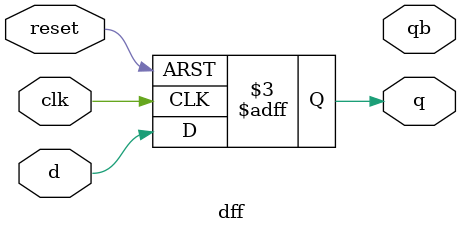
<source format=v>
module dff(clk, reset, d, q, qb);
    input clk, reset, d;
    output q,qb;
    
    reg q;
    
    assign qd = ~q;
    
    always @(posedge clk or posedge reset)
      begin 
        if (reset) begin 
          //Asynchronious reset when reset goes high
          q <= 1'b0;
        end else begin
          //Assign D to Q on positive clock edge
          q <= d;
        end 
      end
    
  endmodule 
</source>
